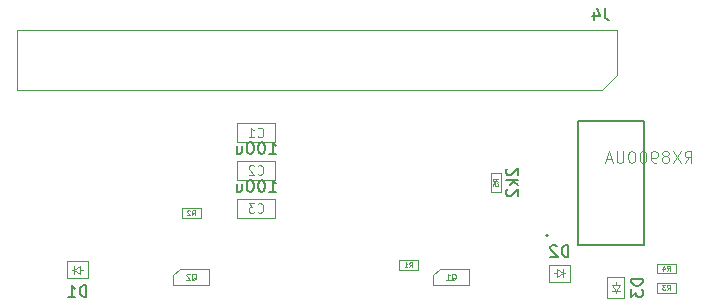
<source format=gbr>
%TF.GenerationSoftware,KiCad,Pcbnew,(6.0.8)*%
%TF.CreationDate,2023-02-20T09:44:42-06:00*%
%TF.ProjectId,PumpTimerV2,50756d70-5469-46d6-9572-56322e6b6963,rev?*%
%TF.SameCoordinates,Original*%
%TF.FileFunction,AssemblyDrawing,Bot*%
%FSLAX46Y46*%
G04 Gerber Fmt 4.6, Leading zero omitted, Abs format (unit mm)*
G04 Created by KiCad (PCBNEW (6.0.8)) date 2023-02-20 09:44:42*
%MOMM*%
%LPD*%
G01*
G04 APERTURE LIST*
%ADD10C,0.150000*%
%ADD11C,0.075000*%
%ADD12C,0.060000*%
%ADD13C,0.015000*%
%ADD14C,0.120000*%
%ADD15C,0.100000*%
%ADD16C,0.127000*%
%ADD17C,0.200000*%
G04 APERTURE END LIST*
D10*
%TO.C,D1*%
X52938095Y-86602380D02*
X52938095Y-85602380D01*
X52700000Y-85602380D01*
X52557142Y-85650000D01*
X52461904Y-85745238D01*
X52414285Y-85840476D01*
X52366666Y-86030952D01*
X52366666Y-86173809D01*
X52414285Y-86364285D01*
X52461904Y-86459523D01*
X52557142Y-86554761D01*
X52700000Y-86602380D01*
X52938095Y-86602380D01*
X51414285Y-86602380D02*
X51985714Y-86602380D01*
X51700000Y-86602380D02*
X51700000Y-85602380D01*
X51795238Y-85745238D01*
X51890476Y-85840476D01*
X51985714Y-85888095D01*
%TO.C,D2*%
X93738095Y-83202380D02*
X93738095Y-82202380D01*
X93500000Y-82202380D01*
X93357142Y-82250000D01*
X93261904Y-82345238D01*
X93214285Y-82440476D01*
X93166666Y-82630952D01*
X93166666Y-82773809D01*
X93214285Y-82964285D01*
X93261904Y-83059523D01*
X93357142Y-83154761D01*
X93500000Y-83202380D01*
X93738095Y-83202380D01*
X92785714Y-82297619D02*
X92738095Y-82250000D01*
X92642857Y-82202380D01*
X92404761Y-82202380D01*
X92309523Y-82250000D01*
X92261904Y-82297619D01*
X92214285Y-82392857D01*
X92214285Y-82488095D01*
X92261904Y-82630952D01*
X92833333Y-83202380D01*
X92214285Y-83202380D01*
D11*
%TO.C,Q1*%
X83847619Y-85173809D02*
X83895238Y-85150000D01*
X83942857Y-85102380D01*
X84014285Y-85030952D01*
X84061904Y-85007142D01*
X84109523Y-85007142D01*
X84085714Y-85126190D02*
X84133333Y-85102380D01*
X84180952Y-85054761D01*
X84204761Y-84959523D01*
X84204761Y-84792857D01*
X84180952Y-84697619D01*
X84133333Y-84650000D01*
X84085714Y-84626190D01*
X83990476Y-84626190D01*
X83942857Y-84650000D01*
X83895238Y-84697619D01*
X83871428Y-84792857D01*
X83871428Y-84959523D01*
X83895238Y-85054761D01*
X83942857Y-85102380D01*
X83990476Y-85126190D01*
X84085714Y-85126190D01*
X83395238Y-85126190D02*
X83680952Y-85126190D01*
X83538095Y-85126190D02*
X83538095Y-84626190D01*
X83585714Y-84697619D01*
X83633333Y-84745238D01*
X83680952Y-84769047D01*
%TO.C,Q2*%
X61847619Y-85173809D02*
X61895238Y-85150000D01*
X61942857Y-85102380D01*
X62014285Y-85030952D01*
X62061904Y-85007142D01*
X62109523Y-85007142D01*
X62085714Y-85126190D02*
X62133333Y-85102380D01*
X62180952Y-85054761D01*
X62204761Y-84959523D01*
X62204761Y-84792857D01*
X62180952Y-84697619D01*
X62133333Y-84650000D01*
X62085714Y-84626190D01*
X61990476Y-84626190D01*
X61942857Y-84650000D01*
X61895238Y-84697619D01*
X61871428Y-84792857D01*
X61871428Y-84959523D01*
X61895238Y-85054761D01*
X61942857Y-85102380D01*
X61990476Y-85126190D01*
X62085714Y-85126190D01*
X61680952Y-84673809D02*
X61657142Y-84650000D01*
X61609523Y-84626190D01*
X61490476Y-84626190D01*
X61442857Y-84650000D01*
X61419047Y-84673809D01*
X61395238Y-84721428D01*
X61395238Y-84769047D01*
X61419047Y-84840476D01*
X61704761Y-85126190D01*
X61395238Y-85126190D01*
D12*
%TO.C,R1*%
X80266666Y-84080952D02*
X80400000Y-83890476D01*
X80495238Y-84080952D02*
X80495238Y-83680952D01*
X80342857Y-83680952D01*
X80304761Y-83700000D01*
X80285714Y-83719047D01*
X80266666Y-83757142D01*
X80266666Y-83814285D01*
X80285714Y-83852380D01*
X80304761Y-83871428D01*
X80342857Y-83890476D01*
X80495238Y-83890476D01*
X79885714Y-84080952D02*
X80114285Y-84080952D01*
X80000000Y-84080952D02*
X80000000Y-83680952D01*
X80038095Y-83738095D01*
X80076190Y-83776190D01*
X80114285Y-83795238D01*
%TO.C,R3*%
X102093466Y-86000152D02*
X102226800Y-85809676D01*
X102322038Y-86000152D02*
X102322038Y-85600152D01*
X102169657Y-85600152D01*
X102131561Y-85619200D01*
X102112514Y-85638247D01*
X102093466Y-85676342D01*
X102093466Y-85733485D01*
X102112514Y-85771580D01*
X102131561Y-85790628D01*
X102169657Y-85809676D01*
X102322038Y-85809676D01*
X101960133Y-85600152D02*
X101712514Y-85600152D01*
X101845847Y-85752533D01*
X101788704Y-85752533D01*
X101750609Y-85771580D01*
X101731561Y-85790628D01*
X101712514Y-85828723D01*
X101712514Y-85923961D01*
X101731561Y-85962057D01*
X101750609Y-85981104D01*
X101788704Y-86000152D01*
X101902990Y-86000152D01*
X101941085Y-85981104D01*
X101960133Y-85962057D01*
%TO.C,R4*%
X102093466Y-84374552D02*
X102226800Y-84184076D01*
X102322038Y-84374552D02*
X102322038Y-83974552D01*
X102169657Y-83974552D01*
X102131561Y-83993600D01*
X102112514Y-84012647D01*
X102093466Y-84050742D01*
X102093466Y-84107885D01*
X102112514Y-84145980D01*
X102131561Y-84165028D01*
X102169657Y-84184076D01*
X102322038Y-84184076D01*
X101750609Y-84107885D02*
X101750609Y-84374552D01*
X101845847Y-83955504D02*
X101941085Y-84241219D01*
X101693466Y-84241219D01*
D13*
%TO.C,U1*%
X103583809Y-75240380D02*
X103917142Y-74764190D01*
X104155238Y-75240380D02*
X104155238Y-74240380D01*
X103774285Y-74240380D01*
X103679047Y-74288000D01*
X103631428Y-74335619D01*
X103583809Y-74430857D01*
X103583809Y-74573714D01*
X103631428Y-74668952D01*
X103679047Y-74716571D01*
X103774285Y-74764190D01*
X104155238Y-74764190D01*
X103250476Y-74240380D02*
X102583809Y-75240380D01*
X102583809Y-74240380D02*
X103250476Y-75240380D01*
X102060000Y-74668952D02*
X102155238Y-74621333D01*
X102202857Y-74573714D01*
X102250476Y-74478476D01*
X102250476Y-74430857D01*
X102202857Y-74335619D01*
X102155238Y-74288000D01*
X102060000Y-74240380D01*
X101869523Y-74240380D01*
X101774285Y-74288000D01*
X101726666Y-74335619D01*
X101679047Y-74430857D01*
X101679047Y-74478476D01*
X101726666Y-74573714D01*
X101774285Y-74621333D01*
X101869523Y-74668952D01*
X102060000Y-74668952D01*
X102155238Y-74716571D01*
X102202857Y-74764190D01*
X102250476Y-74859428D01*
X102250476Y-75049904D01*
X102202857Y-75145142D01*
X102155238Y-75192761D01*
X102060000Y-75240380D01*
X101869523Y-75240380D01*
X101774285Y-75192761D01*
X101726666Y-75145142D01*
X101679047Y-75049904D01*
X101679047Y-74859428D01*
X101726666Y-74764190D01*
X101774285Y-74716571D01*
X101869523Y-74668952D01*
X101202857Y-75240380D02*
X101012380Y-75240380D01*
X100917142Y-75192761D01*
X100869523Y-75145142D01*
X100774285Y-75002285D01*
X100726666Y-74811809D01*
X100726666Y-74430857D01*
X100774285Y-74335619D01*
X100821904Y-74288000D01*
X100917142Y-74240380D01*
X101107619Y-74240380D01*
X101202857Y-74288000D01*
X101250476Y-74335619D01*
X101298095Y-74430857D01*
X101298095Y-74668952D01*
X101250476Y-74764190D01*
X101202857Y-74811809D01*
X101107619Y-74859428D01*
X100917142Y-74859428D01*
X100821904Y-74811809D01*
X100774285Y-74764190D01*
X100726666Y-74668952D01*
X100107619Y-74240380D02*
X100012380Y-74240380D01*
X99917142Y-74288000D01*
X99869523Y-74335619D01*
X99821904Y-74430857D01*
X99774285Y-74621333D01*
X99774285Y-74859428D01*
X99821904Y-75049904D01*
X99869523Y-75145142D01*
X99917142Y-75192761D01*
X100012380Y-75240380D01*
X100107619Y-75240380D01*
X100202857Y-75192761D01*
X100250476Y-75145142D01*
X100298095Y-75049904D01*
X100345714Y-74859428D01*
X100345714Y-74621333D01*
X100298095Y-74430857D01*
X100250476Y-74335619D01*
X100202857Y-74288000D01*
X100107619Y-74240380D01*
X99155238Y-74240380D02*
X99060000Y-74240380D01*
X98964761Y-74288000D01*
X98917142Y-74335619D01*
X98869523Y-74430857D01*
X98821904Y-74621333D01*
X98821904Y-74859428D01*
X98869523Y-75049904D01*
X98917142Y-75145142D01*
X98964761Y-75192761D01*
X99060000Y-75240380D01*
X99155238Y-75240380D01*
X99250476Y-75192761D01*
X99298095Y-75145142D01*
X99345714Y-75049904D01*
X99393333Y-74859428D01*
X99393333Y-74621333D01*
X99345714Y-74430857D01*
X99298095Y-74335619D01*
X99250476Y-74288000D01*
X99155238Y-74240380D01*
X98393333Y-74240380D02*
X98393333Y-75049904D01*
X98345714Y-75145142D01*
X98298095Y-75192761D01*
X98202857Y-75240380D01*
X98012380Y-75240380D01*
X97917142Y-75192761D01*
X97869523Y-75145142D01*
X97821904Y-75049904D01*
X97821904Y-74240380D01*
X97393333Y-74954666D02*
X96917142Y-74954666D01*
X97488571Y-75240380D02*
X97155238Y-74240380D01*
X96821904Y-75240380D01*
D10*
%TO.C,J4*%
X96833333Y-62152380D02*
X96833333Y-62866666D01*
X96880952Y-63009523D01*
X96976190Y-63104761D01*
X97119047Y-63152380D01*
X97214285Y-63152380D01*
X95928571Y-62485714D02*
X95928571Y-63152380D01*
X96166666Y-62104761D02*
X96404761Y-62819047D01*
X95785714Y-62819047D01*
D14*
%TO.C,C1*%
X67433333Y-72985714D02*
X67471428Y-73023809D01*
X67585714Y-73061904D01*
X67661904Y-73061904D01*
X67776190Y-73023809D01*
X67852380Y-72947619D01*
X67890476Y-72871428D01*
X67928571Y-72719047D01*
X67928571Y-72604761D01*
X67890476Y-72452380D01*
X67852380Y-72376190D01*
X67776190Y-72300000D01*
X67661904Y-72261904D01*
X67585714Y-72261904D01*
X67471428Y-72300000D01*
X67433333Y-72338095D01*
X66671428Y-73061904D02*
X67128571Y-73061904D01*
X66900000Y-73061904D02*
X66900000Y-72261904D01*
X66976190Y-72376190D01*
X67052380Y-72452380D01*
X67128571Y-72490476D01*
D12*
%TO.C,R2*%
X61866666Y-79680952D02*
X62000000Y-79490476D01*
X62095238Y-79680952D02*
X62095238Y-79280952D01*
X61942857Y-79280952D01*
X61904761Y-79300000D01*
X61885714Y-79319047D01*
X61866666Y-79357142D01*
X61866666Y-79414285D01*
X61885714Y-79452380D01*
X61904761Y-79471428D01*
X61942857Y-79490476D01*
X62095238Y-79490476D01*
X61714285Y-79319047D02*
X61695238Y-79300000D01*
X61657142Y-79280952D01*
X61561904Y-79280952D01*
X61523809Y-79300000D01*
X61504761Y-79319047D01*
X61485714Y-79357142D01*
X61485714Y-79395238D01*
X61504761Y-79452380D01*
X61733333Y-79680952D01*
X61485714Y-79680952D01*
D10*
%TO.C,R5*%
X88577219Y-75737133D02*
X88529600Y-75784752D01*
X88481980Y-75879990D01*
X88481980Y-76118085D01*
X88529600Y-76213323D01*
X88577219Y-76260942D01*
X88672457Y-76308561D01*
X88767695Y-76308561D01*
X88910552Y-76260942D01*
X89481980Y-75689514D01*
X89481980Y-76308561D01*
X89481980Y-76737133D02*
X88481980Y-76737133D01*
X89101028Y-76832371D02*
X89481980Y-77118085D01*
X88815314Y-77118085D02*
X89196266Y-76737133D01*
X88577219Y-77499038D02*
X88529600Y-77546657D01*
X88481980Y-77641895D01*
X88481980Y-77879990D01*
X88529600Y-77975228D01*
X88577219Y-78022847D01*
X88672457Y-78070466D01*
X88767695Y-78070466D01*
X88910552Y-78022847D01*
X89481980Y-77451419D01*
X89481980Y-78070466D01*
D12*
X87780552Y-76837133D02*
X87590076Y-76703800D01*
X87780552Y-76608561D02*
X87380552Y-76608561D01*
X87380552Y-76760942D01*
X87399600Y-76799038D01*
X87418647Y-76818085D01*
X87456742Y-76837133D01*
X87513885Y-76837133D01*
X87551980Y-76818085D01*
X87571028Y-76799038D01*
X87590076Y-76760942D01*
X87590076Y-76608561D01*
X87380552Y-77199038D02*
X87380552Y-77008561D01*
X87571028Y-76989514D01*
X87551980Y-77008561D01*
X87532933Y-77046657D01*
X87532933Y-77141895D01*
X87551980Y-77179990D01*
X87571028Y-77199038D01*
X87609123Y-77218085D01*
X87704361Y-77218085D01*
X87742457Y-77199038D01*
X87761504Y-77179990D01*
X87780552Y-77141895D01*
X87780552Y-77046657D01*
X87761504Y-77008561D01*
X87742457Y-76989514D01*
D10*
%TO.C,D3*%
X100052380Y-85061904D02*
X99052380Y-85061904D01*
X99052380Y-85300000D01*
X99100000Y-85442857D01*
X99195238Y-85538095D01*
X99290476Y-85585714D01*
X99480952Y-85633333D01*
X99623809Y-85633333D01*
X99814285Y-85585714D01*
X99909523Y-85538095D01*
X100004761Y-85442857D01*
X100052380Y-85300000D01*
X100052380Y-85061904D01*
X99052380Y-85966666D02*
X99052380Y-86585714D01*
X99433333Y-86252380D01*
X99433333Y-86395238D01*
X99480952Y-86490476D01*
X99528571Y-86538095D01*
X99623809Y-86585714D01*
X99861904Y-86585714D01*
X99957142Y-86538095D01*
X100004761Y-86490476D01*
X100052380Y-86395238D01*
X100052380Y-86109523D01*
X100004761Y-86014285D01*
X99957142Y-85966666D01*
%TO.C,C3*%
X68419047Y-77702380D02*
X68990476Y-77702380D01*
X68704761Y-77702380D02*
X68704761Y-76702380D01*
X68800000Y-76845238D01*
X68895238Y-76940476D01*
X68990476Y-76988095D01*
X67800000Y-76702380D02*
X67704761Y-76702380D01*
X67609523Y-76750000D01*
X67561904Y-76797619D01*
X67514285Y-76892857D01*
X67466666Y-77083333D01*
X67466666Y-77321428D01*
X67514285Y-77511904D01*
X67561904Y-77607142D01*
X67609523Y-77654761D01*
X67704761Y-77702380D01*
X67800000Y-77702380D01*
X67895238Y-77654761D01*
X67942857Y-77607142D01*
X67990476Y-77511904D01*
X68038095Y-77321428D01*
X68038095Y-77083333D01*
X67990476Y-76892857D01*
X67942857Y-76797619D01*
X67895238Y-76750000D01*
X67800000Y-76702380D01*
X66847619Y-76702380D02*
X66752380Y-76702380D01*
X66657142Y-76750000D01*
X66609523Y-76797619D01*
X66561904Y-76892857D01*
X66514285Y-77083333D01*
X66514285Y-77321428D01*
X66561904Y-77511904D01*
X66609523Y-77607142D01*
X66657142Y-77654761D01*
X66752380Y-77702380D01*
X66847619Y-77702380D01*
X66942857Y-77654761D01*
X66990476Y-77607142D01*
X67038095Y-77511904D01*
X67085714Y-77321428D01*
X67085714Y-77083333D01*
X67038095Y-76892857D01*
X66990476Y-76797619D01*
X66942857Y-76750000D01*
X66847619Y-76702380D01*
X65657142Y-77035714D02*
X65657142Y-77702380D01*
X66085714Y-77035714D02*
X66085714Y-77559523D01*
X66038095Y-77654761D01*
X65942857Y-77702380D01*
X65800000Y-77702380D01*
X65704761Y-77654761D01*
X65657142Y-77607142D01*
D14*
X67433333Y-79385714D02*
X67471428Y-79423809D01*
X67585714Y-79461904D01*
X67661904Y-79461904D01*
X67776190Y-79423809D01*
X67852380Y-79347619D01*
X67890476Y-79271428D01*
X67928571Y-79119047D01*
X67928571Y-79004761D01*
X67890476Y-78852380D01*
X67852380Y-78776190D01*
X67776190Y-78700000D01*
X67661904Y-78661904D01*
X67585714Y-78661904D01*
X67471428Y-78700000D01*
X67433333Y-78738095D01*
X67166666Y-78661904D02*
X66671428Y-78661904D01*
X66938095Y-78966666D01*
X66823809Y-78966666D01*
X66747619Y-79004761D01*
X66709523Y-79042857D01*
X66671428Y-79119047D01*
X66671428Y-79309523D01*
X66709523Y-79385714D01*
X66747619Y-79423809D01*
X66823809Y-79461904D01*
X67052380Y-79461904D01*
X67128571Y-79423809D01*
X67166666Y-79385714D01*
D10*
%TO.C,C2*%
X68419047Y-74502380D02*
X68990476Y-74502380D01*
X68704761Y-74502380D02*
X68704761Y-73502380D01*
X68800000Y-73645238D01*
X68895238Y-73740476D01*
X68990476Y-73788095D01*
X67800000Y-73502380D02*
X67704761Y-73502380D01*
X67609523Y-73550000D01*
X67561904Y-73597619D01*
X67514285Y-73692857D01*
X67466666Y-73883333D01*
X67466666Y-74121428D01*
X67514285Y-74311904D01*
X67561904Y-74407142D01*
X67609523Y-74454761D01*
X67704761Y-74502380D01*
X67800000Y-74502380D01*
X67895238Y-74454761D01*
X67942857Y-74407142D01*
X67990476Y-74311904D01*
X68038095Y-74121428D01*
X68038095Y-73883333D01*
X67990476Y-73692857D01*
X67942857Y-73597619D01*
X67895238Y-73550000D01*
X67800000Y-73502380D01*
X66847619Y-73502380D02*
X66752380Y-73502380D01*
X66657142Y-73550000D01*
X66609523Y-73597619D01*
X66561904Y-73692857D01*
X66514285Y-73883333D01*
X66514285Y-74121428D01*
X66561904Y-74311904D01*
X66609523Y-74407142D01*
X66657142Y-74454761D01*
X66752380Y-74502380D01*
X66847619Y-74502380D01*
X66942857Y-74454761D01*
X66990476Y-74407142D01*
X67038095Y-74311904D01*
X67085714Y-74121428D01*
X67085714Y-73883333D01*
X67038095Y-73692857D01*
X66990476Y-73597619D01*
X66942857Y-73550000D01*
X66847619Y-73502380D01*
X65657142Y-73835714D02*
X65657142Y-74502380D01*
X66085714Y-73835714D02*
X66085714Y-74359523D01*
X66038095Y-74454761D01*
X65942857Y-74502380D01*
X65800000Y-74502380D01*
X65704761Y-74454761D01*
X65657142Y-74407142D01*
D14*
X67433333Y-76185714D02*
X67471428Y-76223809D01*
X67585714Y-76261904D01*
X67661904Y-76261904D01*
X67776190Y-76223809D01*
X67852380Y-76147619D01*
X67890476Y-76071428D01*
X67928571Y-75919047D01*
X67928571Y-75804761D01*
X67890476Y-75652380D01*
X67852380Y-75576190D01*
X67776190Y-75500000D01*
X67661904Y-75461904D01*
X67585714Y-75461904D01*
X67471428Y-75500000D01*
X67433333Y-75538095D01*
X67128571Y-75538095D02*
X67090476Y-75500000D01*
X67014285Y-75461904D01*
X66823809Y-75461904D01*
X66747619Y-75500000D01*
X66709523Y-75538095D01*
X66671428Y-75614285D01*
X66671428Y-75690476D01*
X66709523Y-75804761D01*
X67166666Y-76261904D01*
X66671428Y-76261904D01*
D15*
%TO.C,D1*%
X52400000Y-84300000D02*
X52650000Y-84300000D01*
X53100000Y-83600000D02*
X51300000Y-83600000D01*
X51300000Y-83600000D02*
X51300000Y-85000000D01*
X53100000Y-85000000D02*
X53100000Y-83600000D01*
X52400000Y-83950000D02*
X51900000Y-84300000D01*
X51900000Y-84650000D02*
X51900000Y-83950000D01*
X51300000Y-85000000D02*
X53100000Y-85000000D01*
X51900000Y-84300000D02*
X51700000Y-84300000D01*
X52400000Y-84650000D02*
X52400000Y-83950000D01*
X51900000Y-84300000D02*
X52400000Y-84650000D01*
%TO.C,D2*%
X92100000Y-83900000D02*
X92100000Y-85300000D01*
X93900000Y-85300000D02*
X93900000Y-83900000D01*
X93900000Y-83900000D02*
X92100000Y-83900000D01*
X93300000Y-84250000D02*
X93300000Y-84950000D01*
X92800000Y-84600000D02*
X92550000Y-84600000D01*
X93300000Y-84600000D02*
X93500000Y-84600000D01*
X92800000Y-84950000D02*
X93300000Y-84600000D01*
X92800000Y-84250000D02*
X92800000Y-84950000D01*
X92100000Y-85300000D02*
X93900000Y-85300000D01*
X93300000Y-84600000D02*
X92800000Y-84250000D01*
%TO.C,Q1*%
X82280000Y-84750000D02*
X82280000Y-85600000D01*
X82280000Y-85600000D02*
X85320000Y-85600000D01*
X85320000Y-84200000D02*
X85320000Y-85600000D01*
X82850000Y-84200000D02*
X82280000Y-84750000D01*
X82850000Y-84200000D02*
X85300000Y-84200000D01*
%TO.C,Q2*%
X60850000Y-84200000D02*
X63300000Y-84200000D01*
X60280000Y-84750000D02*
X60280000Y-85600000D01*
X60280000Y-85600000D02*
X63320000Y-85600000D01*
X60850000Y-84200000D02*
X60280000Y-84750000D01*
X63320000Y-84200000D02*
X63320000Y-85600000D01*
%TO.C,R1*%
X79400000Y-83487500D02*
X79400000Y-84312500D01*
X81000000Y-83487500D02*
X79400000Y-83487500D01*
X81000000Y-84312500D02*
X81000000Y-83487500D01*
X79400000Y-84312500D02*
X81000000Y-84312500D01*
%TO.C,R3*%
X101226800Y-86231700D02*
X102826800Y-86231700D01*
X101226800Y-85406700D02*
X101226800Y-86231700D01*
X102826800Y-86231700D02*
X102826800Y-85406700D01*
X102826800Y-85406700D02*
X101226800Y-85406700D01*
%TO.C,R4*%
X101226800Y-84606100D02*
X102826800Y-84606100D01*
X101226800Y-83781100D02*
X101226800Y-84606100D01*
X102826800Y-83781100D02*
X101226800Y-83781100D01*
X102826800Y-84606100D02*
X102826800Y-83781100D01*
D16*
%TO.C,U1*%
X94565000Y-82240000D02*
X100165000Y-82240000D01*
X100165000Y-82240000D02*
X100165000Y-71740000D01*
X94565000Y-82240000D02*
X94565000Y-71740000D01*
X94565000Y-71740000D02*
X100165000Y-71740000D01*
D17*
X92030000Y-81410000D02*
G75*
G03*
X92030000Y-81410000I-100000J0D01*
G01*
D15*
%TO.C,J4*%
X47100000Y-69040000D02*
X96630000Y-69040000D01*
X47100000Y-63960000D02*
X47100000Y-69040000D01*
X97900000Y-63960000D02*
X47100000Y-63960000D01*
X96630000Y-69040000D02*
X97900000Y-67770000D01*
X97900000Y-67770000D02*
X97900000Y-63960000D01*
%TO.C,C1*%
X65700000Y-73500000D02*
X68900000Y-73500000D01*
X65700000Y-71900000D02*
X65700000Y-73500000D01*
X68900000Y-73500000D02*
X68900000Y-71900000D01*
X68900000Y-71900000D02*
X65700000Y-71900000D01*
%TO.C,R2*%
X62600000Y-79912500D02*
X62600000Y-79087500D01*
X61000000Y-79087500D02*
X61000000Y-79912500D01*
X61000000Y-79912500D02*
X62600000Y-79912500D01*
X62600000Y-79087500D02*
X61000000Y-79087500D01*
%TO.C,R5*%
X88012100Y-76103800D02*
X87187100Y-76103800D01*
X87187100Y-76103800D02*
X87187100Y-77703800D01*
X87187100Y-77703800D02*
X88012100Y-77703800D01*
X88012100Y-77703800D02*
X88012100Y-76103800D01*
%TO.C,D3*%
X97050000Y-84900000D02*
X97050000Y-86700000D01*
X97750000Y-86100000D02*
X98100000Y-85600000D01*
X98100000Y-86100000D02*
X97400000Y-86100000D01*
X97400000Y-85600000D02*
X97750000Y-86100000D01*
X97050000Y-86700000D02*
X98450000Y-86700000D01*
X98450000Y-86700000D02*
X98450000Y-84900000D01*
X98450000Y-84900000D02*
X97050000Y-84900000D01*
X97750000Y-86100000D02*
X97750000Y-86300000D01*
X98100000Y-85600000D02*
X97400000Y-85600000D01*
X97750000Y-85600000D02*
X97750000Y-85350000D01*
%TO.C,C3*%
X68900000Y-78300000D02*
X65700000Y-78300000D01*
X68900000Y-79900000D02*
X68900000Y-78300000D01*
X65700000Y-78300000D02*
X65700000Y-79900000D01*
X65700000Y-79900000D02*
X68900000Y-79900000D01*
%TO.C,C2*%
X68900000Y-75100000D02*
X65700000Y-75100000D01*
X65700000Y-75100000D02*
X65700000Y-76700000D01*
X65700000Y-76700000D02*
X68900000Y-76700000D01*
X68900000Y-76700000D02*
X68900000Y-75100000D01*
%TD*%
M02*

</source>
